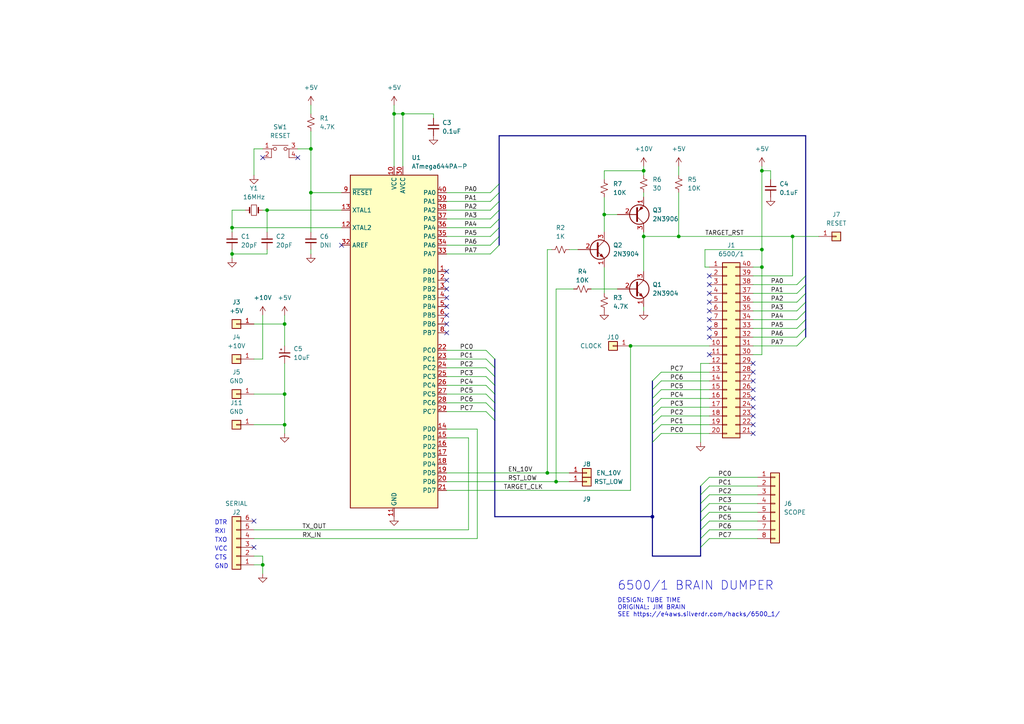
<source format=kicad_sch>
(kicad_sch (version 20230121) (generator eeschema)
  (paper "A4")
  (lib_symbols
    (symbol "Connector_Generic:Conn_01x01" (pin_names (offset 1.016) hide)
      (property "Reference" "J" (at 0 2.54 0))
      (property "Value" "Conn_01x01" (at 0 -2.54 0))
      (symbol "Conn_01x01_1_1"
        (rectangle (start -1.27 0.127) (end 0 -0.127) (stroke (width 0.1524)))
        (rectangle (start -1.27 1.27) (end 1.27 -1.27) (stroke (width 0.254)) (fill (type background)))
        (pin passive line (at -5.08 0 0) (length 3.81) (name "Pin_1") (number "1"))
      )
    )
    (symbol "Connector_Generic:Conn_01x06" (pin_names (offset 1.016) hide)
      (property "Reference" "J" (at 0 7.62 0))
      (property "Value" "Conn_01x06" (at 0 -10.16 0))
      (symbol "Conn_01x06_1_1"
        (rectangle (start -1.27 -7.493) (end 0 -7.747) (stroke (width 0.1524)))
        (rectangle (start -1.27 -4.953) (end 0 -5.207) (stroke (width 0.1524)))
        (rectangle (start -1.27 -2.413) (end 0 -2.667) (stroke (width 0.1524)))
        (rectangle (start -1.27 0.127) (end 0 -0.127) (stroke (width 0.1524)))
        (rectangle (start -1.27 2.667) (end 0 2.413) (stroke (width 0.1524)))
        (rectangle (start -1.27 5.207) (end 0 4.953) (stroke (width 0.1524)))
        (rectangle (start -1.27 6.35) (end 1.27 -8.89) (stroke (width 0.254)) (fill (type background)))
        (pin passive line (at -5.08 5.08 0) (length 3.81) (name "Pin_1") (number "1"))
        (pin passive line (at -5.08 2.54 0) (length 3.81) (name "Pin_2") (number "2"))
        (pin passive line (at -5.08 0 0) (length 3.81) (name "Pin_3") (number "3"))
        (pin passive line (at -5.08 -2.54 0) (length 3.81) (name "Pin_4") (number "4"))
        (pin passive line (at -5.08 -5.08 0) (length 3.81) (name "Pin_5") (number "5"))
        (pin passive line (at -5.08 -7.62 0) (length 3.81) (name "Pin_6") (number "6"))
      )
    )
    (symbol "Connector_Generic:Conn_01x08" (pin_names (offset 1.016) hide)
      (property "Reference" "J" (at 0 10.16 0))
      (property "Value" "Conn_01x08" (at 0 -12.7 0))
      (symbol "Conn_01x08_1_1"
        (rectangle (start -1.27 -10.033) (end 0 -10.287) (stroke (width 0.1524)))
        (rectangle (start -1.27 -7.493) (end 0 -7.747) (stroke (width 0.1524)))
        (rectangle (start -1.27 -4.953) (end 0 -5.207) (stroke (width 0.1524)))
        (rectangle (start -1.27 -2.413) (end 0 -2.667) (stroke (width 0.1524)))
        (rectangle (start -1.27 0.127) (end 0 -0.127) (stroke (width 0.1524)))
        (rectangle (start -1.27 2.667) (end 0 2.413) (stroke (width 0.1524)))
        (rectangle (start -1.27 5.207) (end 0 4.953) (stroke (width 0.1524)))
        (rectangle (start -1.27 7.747) (end 0 7.493) (stroke (width 0.1524)))
        (rectangle (start -1.27 8.89) (end 1.27 -11.43) (stroke (width 0.254)) (fill (type background)))
        (pin passive line (at -5.08 7.62 0) (length 3.81) (name "Pin_1") (number "1"))
        (pin passive line (at -5.08 5.08 0) (length 3.81) (name "Pin_2") (number "2"))
        (pin passive line (at -5.08 2.54 0) (length 3.81) (name "Pin_3") (number "3"))
        (pin passive line (at -5.08 0 0) (length 3.81) (name "Pin_4") (number "4"))
        (pin passive line (at -5.08 -2.54 0) (length 3.81) (name "Pin_5") (number "5"))
        (pin passive line (at -5.08 -5.08 0) (length 3.81) (name "Pin_6") (number "6"))
        (pin passive line (at -5.08 -7.62 0) (length 3.81) (name "Pin_7") (number "7"))
        (pin passive line (at -5.08 -10.16 0) (length 3.81) (name "Pin_8") (number "8"))
      )
    )
    (symbol "Connector_Generic:Conn_02x20_Counter_Clockwise" (pin_names (offset 1.016) hide)
      (property "Reference" "J" (at 1.27 25.4 0))
      (property "Value" "Conn_02x20_Counter_Clockwise" (at 1.27 -27.94 0))
      (symbol "Conn_02x20_Counter_Clockwise_1_1"
        (rectangle (start -1.27 -25.273) (end 0 -25.527) (stroke (width 0.1524)))
        (rectangle (start -1.27 -22.733) (end 0 -22.987) (stroke (width 0.1524)))
        (rectangle (start -1.27 -20.193) (end 0 -20.447) (stroke (width 0.1524)))
        (rectangle (start -1.27 -17.653) (end 0 -17.907) (stroke (width 0.1524)))
        (rectangle (start -1.27 -15.113) (end 0 -15.367) (stroke (width 0.1524)))
        (rectangle (start -1.27 -12.573) (end 0 -12.827) (stroke (width 0.1524)))
        (rectangle (start -1.27 -10.033) (end 0 -10.287) (stroke (width 0.1524)))
        (rectangle (start -1.27 -7.493) (end 0 -7.747) (stroke (width 0.1524)))
        (rectangle (start -1.27 -4.953) (end 0 -5.207) (stroke (width 0.1524)))
        (rectangle (start -1.27 -2.413) (end 0 -2.667) (stroke (width 0.1524)))
        (rectangle (start -1.27 0.127) (end 0 -0.127) (stroke (width 0.1524)))
        (rectangle (start -1.27 2.667) (end 0 2.413) (stroke (width 0.1524)))
        (rectangle (start -1.27 5.207) (end 0 4.953) (stroke (width 0.1524)))
        (rectangle (start -1.27 7.747) (end 0 7.493) (stroke (width 0.1524)))
        (rectangle (start -1.27 10.287) (end 0 10.033) (stroke (width 0.1524)))
        (rectangle (start -1.27 12.827) (end 0 12.573) (stroke (width 0.1524)))
        (rectangle (start -1.27 15.367) (end 0 15.113) (stroke (width 0.1524)))
        (rectangle (start -1.27 17.907) (end 0 17.653) (stroke (width 0.1524)))
        (rectangle (start -1.27 20.447) (end 0 20.193) (stroke (width 0.1524)))
        (rectangle (start -1.27 22.987) (end 0 22.733) (stroke (width 0.1524)))
        (rectangle (start -1.27 24.13) (end 3.81 -26.67) (stroke (width 0.254)) (fill (type background)))
        (rectangle (start 3.81 -25.273) (end 2.54 -25.527) (stroke (width 0.1524)))
        (rectangle (start 3.81 -22.733) (end 2.54 -22.987) (stroke (width 0.1524)))
        (rectangle (start 3.81 -20.193) (end 2.54 -20.447) (stroke (width 0.1524)))
        (rectangle (start 3.81 -17.653) (end 2.54 -17.907) (stroke (width 0.1524)))
        (rectangle (start 3.81 -15.113) (end 2.54 -15.367) (stroke (width 0.1524)))
        (rectangle (start 3.81 -12.573) (end 2.54 -12.827) (stroke (width 0.1524)))
        (rectangle (start 3.81 -10.033) (end 2.54 -10.287) (stroke (width 0.1524)))
        (rectangle (start 3.81 -7.493) (end 2.54 -7.747) (stroke (width 0.1524)))
        (rectangle (start 3.81 -4.953) (end 2.54 -5.207) (stroke (width 0.1524)))
        (rectangle (start 3.81 -2.413) (end 2.54 -2.667) (stroke (width 0.1524)))
        (rectangle (start 3.81 0.127) (end 2.54 -0.127) (stroke (width 0.1524)))
        (rectangle (start 3.81 2.667) (end 2.54 2.413) (stroke (width 0.1524)))
        (rectangle (start 3.81 5.207) (end 2.54 4.953) (stroke (width 0.1524)))
        (rectangle (start 3.81 7.747) (end 2.54 7.493) (stroke (width 0.1524)))
        (rectangle (start 3.81 10.287) (end 2.54 10.033) (stroke (width 0.1524)))
        (rectangle (start 3.81 12.827) (end 2.54 12.573) (stroke (width 0.1524)))
        (rectangle (start 3.81 15.367) (end 2.54 15.113) (stroke (width 0.1524)))
        (rectangle (start 3.81 17.907) (end 2.54 17.653) (stroke (width 0.1524)))
        (rectangle (start 3.81 20.447) (end 2.54 20.193) (stroke (width 0.1524)))
        (rectangle (start 3.81 22.987) (end 2.54 22.733) (stroke (width 0.1524)))
        (pin passive line (at -5.08 22.86 0) (length 3.81) (name "Pin_1") (number "1"))
        (pin passive line (at -5.08 0 0) (length 3.81) (name "Pin_10") (number "10"))
        (pin passive line (at -5.08 -2.54 0) (length 3.81) (name "Pin_11") (number "11"))
        (pin passive line (at -5.08 -5.08 0) (length 3.81) (name "Pin_12") (number "12"))
        (pin passive line (at -5.08 -7.62 0) (length 3.81) (name "Pin_13") (number "13"))
        (pin passive line (at -5.08 -10.16 0) (length 3.81) (name "Pin_14") (number "14"))
        (pin passive line (at -5.08 -12.7 0) (length 3.81) (name "Pin_15") (number "15"))
        (pin passive line (at -5.08 -15.24 0) (length 3.81) (name "Pin_16") (number "16"))
        (pin passive line (at -5.08 -17.78 0) (length 3.81) (name "Pin_17") (number "17"))
        (pin passive line (at -5.08 -20.32 0) (length 3.81) (name "Pin_18") (number "18"))
        (pin passive line (at -5.08 -22.86 0) (length 3.81) (name "Pin_19") (number "19"))
        (pin passive line (at -5.08 20.32 0) (length 3.81) (name "Pin_2") (number "2"))
        (pin passive line (at -5.08 -25.4 0) (length 3.81) (name "Pin_20") (number "20"))
        (pin passive line (at 7.62 -25.4 180) (length 3.81) (name "Pin_21") (number "21"))
        (pin passive line (at 7.62 -22.86 180) (length 3.81) (name "Pin_22") (number "22"))
        (pin passive line (at 7.62 -20.32 180) (length 3.81) (name "Pin_23") (number "23"))
        (pin passive line (at 7.62 -17.78 180) (length 3.81) (name "Pin_24") (number "24"))
        (pin passive line (at 7.62 -15.24 180) (length 3.81) (name "Pin_25") (number "25"))
        (pin passive line (at 7.62 -12.7 180) (length 3.81) (name "Pin_26") (number "26"))
        (pin passive line (at 7.62 -10.16 180) (length 3.81) (name "Pin_27") (number "27"))
        (pin passive line (at 7.62 -7.62 180) (length 3.81) (name "Pin_28") (number "28"))
        (pin passive line (at 7.62 -5.08 180) (length 3.81) (name "Pin_29") (number "29"))
        (pin passive line (at -5.08 17.78 0) (length 3.81) (name "Pin_3") (number "3"))
        (pin passive line (at 7.62 -2.54 180) (length 3.81) (name "Pin_30") (number "30"))
        (pin passive line (at 7.62 0 180) (length 3.81) (name "Pin_31") (number "31"))
        (pin passive line (at 7.62 2.54 180) (length 3.81) (name "Pin_32") (number "32"))
        (pin passive line (at 7.62 5.08 180) (length 3.81) (name "Pin_33") (number "33"))
        (pin passive line (at 7.62 7.62 180) (length 3.81) (name "Pin_34") (number "34"))
        (pin passive line (at 7.62 10.16 180) (length 3.81) (name "Pin_35") (number "35"))
        (pin passive line (at 7.62 12.7 180) (length 3.81) (name "Pin_36") (number "36"))
        (pin passive line (at 7.62 15.24 180) (length 3.81) (name "Pin_37") (number "37"))
        (pin passive line (at 7.62 17.78 180) (length 3.81) (name "Pin_38") (number "38"))
        (pin passive line (at 7.62 20.32 180) (length 3.81) (name "Pin_39") (number "39"))
        (pin passive line (at -5.08 15.24 0) (length 3.81) (name "Pin_4") (number "4"))
        (pin passive line (at 7.62 22.86 180) (length 3.81) (name "Pin_40") (number "40"))
        (pin passive line (at -5.08 12.7 0) (length 3.81) (name "Pin_5") (number "5"))
        (pin passive line (at -5.08 10.16 0) (length 3.81) (name "Pin_6") (number "6"))
        (pin passive line (at -5.08 7.62 0) (length 3.81) (name "Pin_7") (number "7"))
        (pin passive line (at -5.08 5.08 0) (length 3.81) (name "Pin_8") (number "8"))
        (pin passive line (at -5.08 2.54 0) (length 3.81) (name "Pin_9") (number "9"))
      )
    )
    (symbol "Device:C_Polarized_Small_US" (pin_numbers hide) (pin_names (offset 0.254) hide)
      (property "Reference" "C" (at 0.254 1.778 0))
      (property "Value" "C_Polarized_Small_US" (at 0.254 -2.032 0))
      (symbol "C_Polarized_Small_US_0_1"
        (polyline (pts (xy -1.524 0.508) (xy 1.524 0.508)) (stroke (width 0.3048)))
        (polyline (pts (xy -1.27 1.524) (xy -0.762 1.524)))
        (polyline (pts (xy -1.016 1.27) (xy -1.016 1.778)))
        (arc (start 1.524 -0.762) (mid 0 -0.3734) (end -1.524 -0.762) (stroke (width 0.3048)))
      )
      (symbol "C_Polarized_Small_US_1_1"
        (pin passive line (at 0 2.54 270) (length 2.032) (name "~") (number "1"))
        (pin passive line (at 0 -2.54 90) (length 2.032) (name "~") (number "2"))
      )
    )
    (symbol "Device:C_Small" (pin_numbers hide) (pin_names (offset 0.254) hide)
      (property "Reference" "C" (at 0.254 1.778 0))
      (property "Value" "C_Small" (at 0.254 -2.032 0))
      (symbol "C_Small_0_1"
        (polyline (pts (xy -1.524 -0.508) (xy 1.524 -0.508)) (stroke (width 0.3302)))
        (polyline (pts (xy -1.524 0.508) (xy 1.524 0.508)) (stroke (width 0.3048)))
      )
      (symbol "C_Small_1_1"
        (pin passive line (at 0 2.54 270) (length 2.032) (name "~") (number "1"))
        (pin passive line (at 0 -2.54 90) (length 2.032) (name "~") (number "2"))
      )
    )
    (symbol "Device:Crystal_Small" (pin_numbers hide) (pin_names (offset 1.016) hide)
      (property "Reference" "Y" (at 0 2.54 0))
      (property "Value" "Crystal_Small" (at 0 -2.54 0))
      (symbol "Crystal_Small_0_1"
        (rectangle (start -0.762 -1.524) (end 0.762 1.524))
        (polyline (pts (xy -1.27 -0.762) (xy -1.27 0.762)) (stroke (width 0.381)))
        (polyline (pts (xy 1.27 -0.762) (xy 1.27 0.762)) (stroke (width 0.381)))
      )
      (symbol "Crystal_Small_1_1"
        (pin passive line (at -2.54 0 0) (length 1.27) (name "1") (number "1"))
        (pin passive line (at 2.54 0 180) (length 1.27) (name "2") (number "2"))
      )
    )
    (symbol "Device:R_Small_US" (pin_numbers hide) (pin_names (offset 0.254) hide)
      (property "Reference" "R" (at 0.762 0.508 0))
      (property "Value" "R_Small_US" (at 0.762 -1.016 0))
      (symbol "R_Small_US_1_1"
        (polyline (pts (xy 0 0) (xy 1.016 -0.381) (xy 0 -0.762) (xy -1.016 -1.143) (xy 0 -1.524)))
        (polyline (pts (xy 0 1.524) (xy 1.016 1.143) (xy 0 0.762) (xy -1.016 0.381) (xy 0 0)))
        (pin passive line (at 0 2.54 270) (length 1.016) (name "~") (number "1"))
        (pin passive line (at 0 -2.54 90) (length 1.016) (name "~") (number "2"))
      )
    )
    (symbol "MCU_Microchip_ATmega:ATmega644PA-P"
      (property "Reference" "U" (at -12.7 49.53 0))
      (property "Value" "ATmega644PA-P" (at 2.54 -49.53 0))
      (symbol "ATmega644PA-P_0_1"
        (rectangle (start -12.7 -48.26) (end 12.7 48.26) (stroke (width 0.254)) (fill (type background)))
      )
      (symbol "ATmega644PA-P_1_1"
        (pin bidirectional line (at 15.24 20.32 180) (length 2.54) (name "PB0") (number "1"))
        (pin power_in line (at 0 50.8 270) (length 2.54) (name "VCC") (number "10"))
        (pin power_in line (at 0 -50.8 90) (length 2.54) (name "GND") (number "11"))
        (pin output line (at -15.24 33.02 0) (length 2.54) (name "XTAL2") (number "12"))
        (pin input line (at -15.24 38.1 0) (length 2.54) (name "XTAL1") (number "13"))
        (pin bidirectional line (at 15.24 -25.4 180) (length 2.54) (name "PD0") (number "14"))
        (pin bidirectional line (at 15.24 -27.94 180) (length 2.54) (name "PD1") (number "15"))
        (pin bidirectional line (at 15.24 -30.48 180) (length 2.54) (name "PD2") (number "16"))
        (pin bidirectional line (at 15.24 -33.02 180) (length 2.54) (name "PD3") (number "17"))
        (pin bidirectional line (at 15.24 -35.56 180) (length 2.54) (name "PD4") (number "18"))
        (pin bidirectional line (at 15.24 -38.1 180) (length 2.54) (name "PD5") (number "19"))
        (pin bidirectional line (at 15.24 17.78 180) (length 2.54) (name "PB1") (number "2"))
        (pin bidirectional line (at 15.24 -40.64 180) (length 2.54) (name "PD6") (number "20"))
        (pin bidirectional line (at 15.24 -43.18 180) (length 2.54) (name "PD7") (number "21"))
        (pin bidirectional line (at 15.24 -2.54 180) (length 2.54) (name "PC0") (number "22"))
        (pin bidirectional line (at 15.24 -5.08 180) (length 2.54) (name "PC1") (number "23"))
        (pin bidirectional line (at 15.24 -7.62 180) (length 2.54) (name "PC2") (number "24"))
        (pin bidirectional line (at 15.24 -10.16 180) (length 2.54) (name "PC3") (number "25"))
        (pin bidirectional line (at 15.24 -12.7 180) (length 2.54) (name "PC4") (number "26"))
        (pin bidirectional line (at 15.24 -15.24 180) (length 2.54) (name "PC5") (number "27"))
        (pin bidirectional line (at 15.24 -17.78 180) (length 2.54) (name "PC6") (number "28"))
        (pin bidirectional line (at 15.24 -20.32 180) (length 2.54) (name "PC7") (number "29"))
        (pin bidirectional line (at 15.24 15.24 180) (length 2.54) (name "PB2") (number "3"))
        (pin power_in line (at 2.54 50.8 270) (length 2.54) (name "AVCC") (number "30"))
        (pin passive line (at 0 -50.8 90) (length 2.54) hide (name "GND") (number "31"))
        (pin passive line (at -15.24 27.94 0) (length 2.54) (name "AREF") (number "32"))
        (pin bidirectional line (at 15.24 25.4 180) (length 2.54) (name "PA7") (number "33"))
        (pin bidirectional line (at 15.24 27.94 180) (length 2.54) (name "PA6") (number "34"))
        (pin bidirectional line (at 15.24 30.48 180) (length 2.54) (name "PA5") (number "35"))
        (pin bidirectional line (at 15.24 33.02 180) (length 2.54) (name "PA4") (number "36"))
        (pin bidirectional line (at 15.24 35.56 180) (length 2.54) (name "PA3") (number "37"))
        (pin bidirectional line (at 15.24 38.1 180) (length 2.54) (name "PA2") (number "38"))
        (pin bidirectional line (at 15.24 40.64 180) (length 2.54) (name "PA1") (number "39"))
        (pin bidirectional line (at 15.24 12.7 180) (length 2.54) (name "PB3") (number "4"))
        (pin bidirectional line (at 15.24 43.18 180) (length 2.54) (name "PA0") (number "40"))
        (pin bidirectional line (at 15.24 10.16 180) (length 2.54) (name "PB4") (number "5"))
        (pin bidirectional line (at 15.24 7.62 180) (length 2.54) (name "PB5") (number "6"))
        (pin bidirectional line (at 15.24 5.08 180) (length 2.54) (name "PB6") (number "7"))
        (pin bidirectional line (at 15.24 2.54 180) (length 2.54) (name "PB7") (number "8"))
        (pin input line (at -15.24 43.18 0) (length 2.54) (name "~{RESET}") (number "9"))
      )
    )
    (symbol "Transistor_BJT:2N3904" (pin_names (offset 0) hide)
      (property "Reference" "Q" (at 5.08 1.905 0))
      (property "Value" "2N3904" (at 5.08 0 0))
      (symbol "2N3904_0_1"
        (polyline (pts (xy 0.635 0.635) (xy 2.54 2.54)))
        (polyline (pts (xy 0.635 -0.635) (xy 2.54 -2.54) (xy 2.54 -2.54)))
        (polyline (pts (xy 0.635 1.905) (xy 0.635 -1.905) (xy 0.635 -1.905)) (stroke (width 0.508)))
        (polyline (pts (xy 1.27 -1.778) (xy 1.778 -1.27) (xy 2.286 -2.286) (xy 1.27 -1.778) (xy 1.27 -1.778)) (fill (type outline)))
        (circle (center 1.27 0) (radius 2.8194) (stroke (width 0.254)))
      )
      (symbol "2N3904_1_1"
        (pin passive line (at 2.54 -5.08 90) (length 2.54) (name "E") (number "1"))
        (pin passive line (at -5.08 0 0) (length 5.715) (name "B") (number "2"))
        (pin passive line (at 2.54 5.08 270) (length 2.54) (name "C") (number "3"))
      )
    )
    (symbol "Transistor_BJT:2N3906" (pin_names (offset 0) hide)
      (property "Reference" "Q" (at 5.08 1.905 0))
      (property "Value" "2N3906" (at 5.08 0 0))
      (symbol "2N3906_0_1"
        (polyline (pts (xy 0.635 0.635) (xy 2.54 2.54)))
        (polyline (pts (xy 0.635 -0.635) (xy 2.54 -2.54) (xy 2.54 -2.54)))
        (polyline (pts (xy 0.635 1.905) (xy 0.635 -1.905) (xy 0.635 -1.905)) (stroke (width 0.508)))
        (polyline (pts (xy 2.286 -1.778) (xy 1.778 -2.286) (xy 1.27 -1.27) (xy 2.286 -1.778) (xy 2.286 -1.778)) (fill (type outline)))
        (circle (center 1.27 0) (radius 2.8194) (stroke (width 0.254)))
      )
      (symbol "2N3906_1_1"
        (pin passive line (at 2.54 -5.08 90) (length 2.54) (name "E") (number "1"))
        (pin input line (at -5.08 0 0) (length 5.715) (name "B") (number "2"))
        (pin passive line (at 2.54 5.08 270) (length 2.54) (name "C") (number "3"))
      )
    )
    (symbol "power:+10V" (power) (pin_names (offset 0))
      (property "Value" "+10V" (at 0 3.556 0))
      (symbol "+10V_0_1"
        (polyline (pts (xy -0.762 1.27) (xy 0 2.54)))
        (polyline (pts (xy 0 0) (xy 0 2.54)))
        (polyline (pts (xy 0 2.54) (xy 0.762 1.27)))
      )
      (symbol "+10V_1_1"
        (pin power_in line (at 0 0 90) (length 0) hide (name "+10V") (number "1"))
      )
    )
    (symbol "power:+5V" (power) (pin_names (offset 0))
      (property "Value" "+5V" (at 0 3.556 0))
      (symbol "+5V_0_1"
        (polyline (pts (xy -0.762 1.27) (xy 0 2.54)))
        (polyline (pts (xy 0 0) (xy 0 2.54)))
        (polyline (pts (xy 0 2.54) (xy 0.762 1.27)))
      )
      (symbol "+5V_1_1"
        (pin power_in line (at 0 0 90) (length 0) hide (name "+5V") (number "1"))
      )
    )
    (symbol "power:GND" (power) (pin_names (offset 0))
      (property "Value" "GND" (at 0 -3.81 0))
      (symbol "GND_0_1"
        (polyline (pts (xy 0 0) (xy 0 -1.27) (xy 1.27 -1.27) (xy 0 -2.54) (xy -1.27 -1.27) (xy 0 -1.27)))
      )
      (symbol "GND_1_1"
        (pin power_in line (at 0 0 270) (length 0) hide (name "GND") (number "1"))
      )
    )
    (symbol "switches_new:SW_TACT" (pin_names (offset 0) hide)
      (property "Reference" "SW" (at 0 5.08 0))
      (property "Value" "SW_TACT" (at 0 -5.08 0))
      (symbol "SW_TACT_0_1"
        (circle (center -1.524 0) (radius 0.4572))
        (polyline (pts (xy -2.286 1.016) (xy 2.286 1.016)))
        (polyline (pts (xy -2.54 -2.54) (xy -2.54 0) (xy -2.032 0)))
        (polyline (pts (xy 2.032 0) (xy 2.54 0) (xy 2.54 -2.54)))
        (circle (center 1.524 0) (radius 0.4572))
      )
      (symbol "SW_TACT_1_1"
        (pin passive line (at -5.08 0 0) (length 2.54) (name "1") (number "1"))
        (pin passive line (at -5.08 -2.54 0) (length 2.54) (name "2") (number "2"))
        (pin passive line (at 5.08 0 180) (length 2.54) (name "3") (number "3"))
        (pin passive line (at 5.08 -2.54 180) (length 2.54) (name "4") (number "4"))
      )
    )
  )
  (junction (at 116.84 33.02))
  (junction (at 67.31 73.66))
  (junction (at 182.88 100.33))
  (junction (at 67.31 66.04))
  (junction (at 220.98 49.53))
  (junction (at 114.3 33.02))
  (junction (at 76.2 163.83))
  (junction (at 189.23 149.86))
  (junction (at 161.29 139.7))
  (junction (at 158.75 137.16))
  (junction (at 82.55 93.98))
  (junction (at 186.69 68.58))
  (junction (at 90.17 55.88))
  (junction (at 196.85 68.58))
  (junction (at 77.47 60.96))
  (junction (at 229.87 68.58))
  (junction (at 175.26 62.23))
  (junction (at 82.55 123.19))
  (junction (at 82.55 114.3))
  (junction (at 220.98 77.47))
  (junction (at 220.98 72.39))
  (junction (at 186.69 49.53))
  (junction (at 90.17 43.18))
  (no_connect (at 218.44 107.95))
  (no_connect (at 205.74 85.09))
  (no_connect (at 76.2 45.72))
  (no_connect (at 218.44 118.11))
  (no_connect (at 218.44 110.49))
  (no_connect (at 129.54 96.52))
  (no_connect (at 129.54 86.36))
  (no_connect (at 218.44 120.65))
  (no_connect (at 218.44 123.19))
  (no_connect (at 129.54 83.82))
  (no_connect (at 129.54 81.28))
  (no_connect (at 73.66 158.75))
  (no_connect (at 218.44 125.73))
  (no_connect (at 218.44 113.03))
  (no_connect (at 129.54 91.44))
  (no_connect (at 129.54 88.9))
  (no_connect (at 205.74 97.79))
  (no_connect (at 205.74 92.71))
  (no_connect (at 205.74 87.63))
  (no_connect (at 205.74 90.17))
  (no_connect (at 73.66 151.13))
  (no_connect (at 205.74 95.25))
  (no_connect (at 86.36 45.72))
  (no_connect (at 205.74 80.01))
  (no_connect (at 99.06 71.12))
  (no_connect (at 129.54 78.74))
  (no_connect (at 205.74 102.87))
  (no_connect (at 218.44 105.41))
  (no_connect (at 218.44 115.57))
  (no_connect (at 129.54 93.98))
  (no_connect (at 205.74 82.55))
  (bus_entry (at 205.74 143.51) (size -2.54 2.54))
  (bus_entry (at 205.74 153.67) (size -2.54 2.54))
  (bus_entry (at 191.77 107.95) (size -2.54 2.54))
  (bus_entry (at 144.78 53.34) (size -2.54 2.54))
  (bus_entry (at 233.68 92.71) (size -2.54 2.54))
  (bus_entry (at 144.78 66.04) (size -2.54 2.54))
  (bus_entry (at 233.68 90.17) (size -2.54 2.54))
  (bus_entry (at 233.68 97.79) (size -2.54 2.54))
  (bus_entry (at 233.68 80.01) (size -2.54 2.54))
  (bus_entry (at 191.77 125.73) (size -2.54 2.54))
  (bus_entry (at 140.97 106.68) (size 2.54 2.54))
  (bus_entry (at 205.74 151.13) (size -2.54 2.54))
  (bus_entry (at 233.68 85.09) (size -2.54 2.54))
  (bus_entry (at 233.68 95.25) (size -2.54 2.54))
  (bus_entry (at 140.97 111.76) (size 2.54 2.54))
  (bus_entry (at 144.78 60.96) (size -2.54 2.54))
  (bus_entry (at 140.97 109.22) (size 2.54 2.54))
  (bus_entry (at 205.74 146.05) (size -2.54 2.54))
  (bus_entry (at 205.74 148.59) (size -2.54 2.54))
  (bus_entry (at 140.97 116.84) (size 2.54 2.54))
  (bus_entry (at 140.97 101.6) (size 2.54 2.54))
  (bus_entry (at 144.78 63.5) (size -2.54 2.54))
  (bus_entry (at 140.97 119.38) (size 2.54 2.54))
  (bus_entry (at 191.77 123.19) (size -2.54 2.54))
  (bus_entry (at 191.77 110.49) (size -2.54 2.54))
  (bus_entry (at 233.68 87.63) (size -2.54 2.54))
  (bus_entry (at 205.74 138.43) (size -2.54 2.54))
  (bus_entry (at 233.68 82.55) (size -2.54 2.54))
  (bus_entry (at 144.78 68.58) (size -2.54 2.54))
  (bus_entry (at 205.74 156.21) (size -2.54 2.54))
  (bus_entry (at 144.78 55.88) (size -2.54 2.54))
  (bus_entry (at 140.97 104.14) (size 2.54 2.54))
  (bus_entry (at 191.77 120.65) (size -2.54 2.54))
  (bus_entry (at 140.97 114.3) (size 2.54 2.54))
  (bus_entry (at 191.77 113.03) (size -2.54 2.54))
  (bus_entry (at 144.78 58.42) (size -2.54 2.54))
  (bus_entry (at 144.78 71.12) (size -2.54 2.54))
  (bus_entry (at 205.74 140.97) (size -2.54 2.54))
  (bus_entry (at 191.77 118.11) (size -2.54 2.54))
  (bus_entry (at 191.77 115.57) (size -2.54 2.54))
  (wire (pts (xy 220.98 72.39) (xy 220.98 77.47)))
  (wire (pts (xy 73.66 161.29) (xy 76.2 161.29)))
  (wire (pts (xy 129.54 73.66) (xy 142.24 73.66)))
  (wire (pts (xy 191.77 113.03) (xy 205.74 113.03)))
  (wire (pts (xy 116.84 33.02) (xy 125.73 33.02)))
  (bus (pts (xy 189.23 161.29) (xy 203.2 161.29)))
  (bus (pts (xy 144.78 53.34) (xy 144.78 55.88)))
  (bus (pts (xy 233.68 95.25) (xy 233.68 92.71)))
  (bus (pts (xy 144.78 58.42) (xy 144.78 60.96)))
  (wire (pts (xy 82.55 105.41) (xy 82.55 114.3)))
  (bus (pts (xy 144.78 63.5) (xy 144.78 66.04)))
  (wire (pts (xy 129.54 111.76) (xy 140.97 111.76)))
  (wire (pts (xy 218.44 95.25) (xy 231.14 95.25)))
  (bus (pts (xy 144.78 66.04) (xy 144.78 68.58)))
  (wire (pts (xy 129.54 58.42) (xy 142.24 58.42)))
  (bus (pts (xy 203.2 140.97) (xy 203.2 143.51)))
  (bus (pts (xy 233.68 92.71) (xy 233.68 90.17)))
  (wire (pts (xy 175.26 49.53) (xy 186.69 49.53)))
  (wire (pts (xy 77.47 73.66) (xy 67.31 73.66)))
  (wire (pts (xy 129.54 139.7) (xy 161.29 139.7)))
  (wire (pts (xy 175.26 57.15) (xy 175.26 62.23)))
  (bus (pts (xy 143.51 116.84) (xy 143.51 119.38)))
  (wire (pts (xy 204.47 72.39) (xy 220.98 72.39)))
  (bus (pts (xy 233.68 97.79) (xy 233.68 95.25)))
  (wire (pts (xy 220.98 49.53) (xy 220.98 72.39)))
  (wire (pts (xy 90.17 30.48) (xy 90.17 33.02)))
  (wire (pts (xy 186.69 55.88) (xy 186.69 57.15)))
  (wire (pts (xy 76.2 60.96) (xy 77.47 60.96)))
  (bus (pts (xy 203.2 156.21) (xy 203.2 158.75)))
  (wire (pts (xy 158.75 137.16) (xy 165.1 137.16)))
  (bus (pts (xy 143.51 104.14) (xy 143.51 106.68)))
  (wire (pts (xy 182.88 100.33) (xy 182.88 142.24)))
  (wire (pts (xy 129.54 71.12) (xy 142.24 71.12)))
  (wire (pts (xy 161.29 83.82) (xy 161.29 139.7)))
  (bus (pts (xy 203.2 143.51) (xy 203.2 146.05)))
  (bus (pts (xy 189.23 115.57) (xy 189.23 118.11)))
  (wire (pts (xy 86.36 43.18) (xy 90.17 43.18)))
  (bus (pts (xy 189.23 110.49) (xy 189.23 113.03)))
  (bus (pts (xy 203.2 158.75) (xy 203.2 161.29)))
  (wire (pts (xy 90.17 73.66) (xy 90.17 72.39)))
  (wire (pts (xy 76.2 43.18) (xy 73.66 43.18)))
  (wire (pts (xy 73.66 156.21) (xy 138.43 156.21)))
  (wire (pts (xy 90.17 43.18) (xy 90.17 55.88)))
  (wire (pts (xy 160.02 72.39) (xy 158.75 72.39)))
  (wire (pts (xy 82.55 114.3) (xy 82.55 123.19)))
  (wire (pts (xy 76.2 161.29) (xy 76.2 163.83)))
  (bus (pts (xy 144.78 39.37) (xy 144.78 53.34)))
  (wire (pts (xy 165.1 72.39) (xy 167.64 72.39)))
  (wire (pts (xy 205.74 151.13) (xy 219.71 151.13)))
  (wire (pts (xy 196.85 55.88) (xy 196.85 68.58)))
  (wire (pts (xy 205.74 146.05) (xy 219.71 146.05)))
  (bus (pts (xy 143.51 109.22) (xy 143.51 111.76)))
  (wire (pts (xy 218.44 85.09) (xy 231.14 85.09)))
  (wire (pts (xy 175.26 62.23) (xy 179.07 62.23)))
  (wire (pts (xy 191.77 125.73) (xy 205.74 125.73)))
  (wire (pts (xy 186.69 68.58) (xy 196.85 68.58)))
  (wire (pts (xy 73.66 93.98) (xy 82.55 93.98)))
  (bus (pts (xy 189.23 149.86) (xy 143.51 149.86)))
  (wire (pts (xy 220.98 77.47) (xy 220.98 102.87)))
  (wire (pts (xy 114.3 33.02) (xy 114.3 48.26)))
  (bus (pts (xy 233.68 87.63) (xy 233.68 85.09)))
  (bus (pts (xy 189.23 123.19) (xy 189.23 125.73)))
  (wire (pts (xy 191.77 123.19) (xy 205.74 123.19)))
  (wire (pts (xy 161.29 139.7) (xy 165.1 139.7)))
  (wire (pts (xy 229.87 68.58) (xy 237.49 68.58)))
  (wire (pts (xy 116.84 33.02) (xy 114.3 33.02)))
  (bus (pts (xy 203.2 148.59) (xy 203.2 151.13)))
  (wire (pts (xy 218.44 87.63) (xy 231.14 87.63)))
  (wire (pts (xy 129.54 142.24) (xy 182.88 142.24)))
  (wire (pts (xy 73.66 43.18) (xy 73.66 50.8)))
  (wire (pts (xy 205.74 100.33) (xy 182.88 100.33)))
  (wire (pts (xy 129.54 124.46) (xy 138.43 124.46)))
  (wire (pts (xy 73.66 104.14) (xy 76.2 104.14)))
  (wire (pts (xy 218.44 80.01) (xy 229.87 80.01)))
  (wire (pts (xy 191.77 110.49) (xy 205.74 110.49)))
  (wire (pts (xy 67.31 60.96) (xy 71.12 60.96)))
  (bus (pts (xy 203.2 153.67) (xy 203.2 156.21)))
  (wire (pts (xy 186.69 49.53) (xy 186.69 50.8)))
  (bus (pts (xy 203.2 146.05) (xy 203.2 148.59)))
  (wire (pts (xy 218.44 82.55) (xy 231.14 82.55)))
  (wire (pts (xy 138.43 124.46) (xy 138.43 156.21)))
  (wire (pts (xy 205.74 105.41) (xy 203.2 105.41)))
  (wire (pts (xy 171.45 83.82) (xy 179.07 83.82)))
  (wire (pts (xy 129.54 127) (xy 135.89 127)))
  (wire (pts (xy 99.06 55.88) (xy 90.17 55.88)))
  (wire (pts (xy 205.74 153.67) (xy 219.71 153.67)))
  (wire (pts (xy 129.54 101.6) (xy 140.97 101.6)))
  (bus (pts (xy 233.68 82.55) (xy 233.68 80.01)))
  (wire (pts (xy 73.66 114.3) (xy 82.55 114.3)))
  (wire (pts (xy 67.31 66.04) (xy 99.06 66.04)))
  (bus (pts (xy 233.68 80.01) (xy 233.68 39.37)))
  (wire (pts (xy 175.26 77.47) (xy 175.26 85.09)))
  (bus (pts (xy 233.68 85.09) (xy 233.68 82.55)))
  (wire (pts (xy 191.77 107.95) (xy 205.74 107.95)))
  (bus (pts (xy 233.68 90.17) (xy 233.68 87.63)))
  (wire (pts (xy 135.89 127) (xy 135.89 153.67)))
  (bus (pts (xy 189.23 120.65) (xy 189.23 123.19)))
  (wire (pts (xy 73.66 153.67) (xy 135.89 153.67)))
  (wire (pts (xy 186.69 48.26) (xy 186.69 49.53)))
  (wire (pts (xy 218.44 90.17) (xy 231.14 90.17)))
  (wire (pts (xy 129.54 63.5) (xy 142.24 63.5)))
  (bus (pts (xy 144.78 60.96) (xy 144.78 63.5)))
  (wire (pts (xy 205.74 156.21) (xy 219.71 156.21)))
  (wire (pts (xy 129.54 116.84) (xy 140.97 116.84)))
  (wire (pts (xy 114.3 33.02) (xy 114.3 30.48)))
  (wire (pts (xy 116.84 48.26) (xy 116.84 33.02)))
  (wire (pts (xy 175.26 67.31) (xy 175.26 62.23)))
  (wire (pts (xy 82.55 91.44) (xy 82.55 93.98)))
  (bus (pts (xy 233.68 39.37) (xy 144.78 39.37)))
  (bus (pts (xy 189.23 128.27) (xy 189.23 149.86)))
  (wire (pts (xy 129.54 109.22) (xy 140.97 109.22)))
  (bus (pts (xy 144.78 68.58) (xy 144.78 71.12)))
  (wire (pts (xy 196.85 48.26) (xy 196.85 50.8)))
  (wire (pts (xy 220.98 49.53) (xy 223.52 49.53)))
  (bus (pts (xy 189.23 118.11) (xy 189.23 120.65)))
  (wire (pts (xy 205.74 143.51) (xy 219.71 143.51)))
  (bus (pts (xy 189.23 125.73) (xy 189.23 128.27)))
  (wire (pts (xy 205.74 77.47) (xy 204.47 77.47)))
  (wire (pts (xy 129.54 119.38) (xy 140.97 119.38)))
  (wire (pts (xy 129.54 104.14) (xy 140.97 104.14)))
  (wire (pts (xy 204.47 77.47) (xy 204.47 72.39)))
  (wire (pts (xy 129.54 137.16) (xy 158.75 137.16)))
  (wire (pts (xy 129.54 66.04) (xy 142.24 66.04)))
  (wire (pts (xy 186.69 67.31) (xy 186.69 68.58)))
  (wire (pts (xy 175.26 52.07) (xy 175.26 49.53)))
  (wire (pts (xy 129.54 114.3) (xy 140.97 114.3)))
  (wire (pts (xy 129.54 68.58) (xy 142.24 68.58)))
  (wire (pts (xy 67.31 73.66) (xy 67.31 74.93)))
  (wire (pts (xy 67.31 66.04) (xy 67.31 67.31)))
  (wire (pts (xy 205.74 138.43) (xy 219.71 138.43)))
  (wire (pts (xy 82.55 93.98) (xy 82.55 100.33)))
  (wire (pts (xy 67.31 72.39) (xy 67.31 73.66)))
  (wire (pts (xy 90.17 55.88) (xy 90.17 67.31)))
  (wire (pts (xy 220.98 48.26) (xy 220.98 49.53)))
  (wire (pts (xy 77.47 60.96) (xy 77.47 67.31)))
  (wire (pts (xy 129.54 60.96) (xy 142.24 60.96)))
  (wire (pts (xy 129.54 55.88) (xy 142.24 55.88)))
  (bus (pts (xy 144.78 55.88) (xy 144.78 58.42)))
  (wire (pts (xy 73.66 123.19) (xy 82.55 123.19)))
  (wire (pts (xy 82.55 123.19) (xy 82.55 125.73)))
  (wire (pts (xy 196.85 68.58) (xy 229.87 68.58)))
  (wire (pts (xy 218.44 97.79) (xy 231.14 97.79)))
  (wire (pts (xy 191.77 120.65) (xy 205.74 120.65)))
  (wire (pts (xy 125.73 33.02) (xy 125.73 34.29)))
  (wire (pts (xy 229.87 80.01) (xy 229.87 68.58)))
  (wire (pts (xy 218.44 100.33) (xy 231.14 100.33)))
  (wire (pts (xy 205.74 140.97) (xy 219.71 140.97)))
  (wire (pts (xy 129.54 106.68) (xy 140.97 106.68)))
  (bus (pts (xy 189.23 149.86) (xy 189.23 161.29)))
  (wire (pts (xy 205.74 148.59) (xy 219.71 148.59)))
  (bus (pts (xy 143.51 119.38) (xy 143.51 121.92)))
  (wire (pts (xy 166.37 83.82) (xy 161.29 83.82)))
  (wire (pts (xy 191.77 115.57) (xy 205.74 115.57)))
  (bus (pts (xy 203.2 151.13) (xy 203.2 153.67)))
  (bus (pts (xy 143.51 121.92) (xy 143.51 149.86)))
  (wire (pts (xy 186.69 68.58) (xy 186.69 78.74)))
  (wire (pts (xy 77.47 60.96) (xy 99.06 60.96)))
  (wire (pts (xy 218.44 77.47) (xy 220.98 77.47)))
  (wire (pts (xy 90.17 38.1) (xy 90.17 43.18)))
  (wire (pts (xy 67.31 66.04) (xy 67.31 60.96)))
  (bus (pts (xy 143.51 114.3) (xy 143.51 116.84)))
  (wire (pts (xy 218.44 92.71) (xy 231.14 92.71)))
  (wire (pts (xy 191.77 118.11) (xy 205.74 118.11)))
  (wire (pts (xy 203.2 105.41) (xy 203.2 128.27)))
  (wire (pts (xy 158.75 72.39) (xy 158.75 137.16)))
  (wire (pts (xy 77.47 72.39) (xy 77.47 73.66)))
  (wire (pts (xy 186.69 88.9) (xy 186.69 90.17)))
  (wire (pts (xy 76.2 163.83) (xy 76.2 166.37)))
  (wire (pts (xy 218.44 102.87) (xy 220.98 102.87)))
  (wire (pts (xy 223.52 52.07) (xy 223.52 49.53)))
  (bus (pts (xy 143.51 111.76) (xy 143.51 114.3)))
  (bus (pts (xy 143.51 106.68) (xy 143.51 109.22)))
  (wire (pts (xy 73.66 163.83) (xy 76.2 163.83)))
  (bus (pts (xy 189.23 113.03) (xy 189.23 115.57)))
  (wire (pts (xy 76.2 91.44) (xy 76.2 104.14)))
  (text "TXO" (at 62.23 157.48 0) (effects (font (size 1.27 1.27)) (justify left bottom)))
  (text "VCC" (at 62.23 160.02 0) (effects (font (size 1.27 1.27)) (justify left bottom)))
  (text "DESIGN: TUBE TIME\nORIGINAL: JIM BRAIN\nSEE https://e4aws.silverdr.com/hacks/6500_1/" (at 179.07 179.07 0) (effects (font (size 1.27 1.27)) (justify left bottom)))
  (text "6500/1 BRAIN DUMPER" (at 179.07 171.45 0) (effects (font (size 2.54 2.54)) (justify left bottom)))
  (text "GND" (at 62.23 165.1 0) (effects (font (size 1.27 1.27)) (justify left bottom)))
  (text "CTS" (at 62.23 162.56 0) (effects (font (size 1.27 1.27)) (justify left bottom)))
  (text "DTR" (at 62.23 152.4 0) (effects (font (size 1.27 1.27)) (justify left bottom)))
  (text "RXI" (at 62.23 154.94 0) (effects (font (size 1.27 1.27)) (justify left bottom)))
  (label "PC3" (at 208.28 146.05 0))
  (label "EN_10V" (at 147.32 137.16 0))
  (label "PC0" (at 133.35 101.6 0))
  (label "PC6" (at 208.28 153.67 0))
  (label "PA2" (at 223.52 87.63 0))
  (label "PC1" (at 133.35 104.14 0))
  (label "PC7" (at 208.28 156.21 0))
  (label "PA5" (at 134.62 68.58 0))
  (label "PA3" (at 223.52 90.17 0))
  (label "PA5" (at 223.52 95.25 0))
  (label "PC2" (at 194.31 120.65 0))
  (label "PA6" (at 134.62 71.12 0))
  (label "PA7" (at 223.52 100.33 0))
  (label "TX_OUT" (at 87.63 153.67 0))
  (label "PA0" (at 223.52 82.55 0))
  (label "PA0" (at 134.62 55.88 0))
  (label "RX_IN" (at 87.63 156.21 0))
  (label "RST_LOW" (at 147.32 139.7 0))
  (label "PC4" (at 133.35 111.76 0))
  (label "PA7" (at 134.62 73.66 0))
  (label "PC0" (at 208.28 138.43 0))
  (label "PA3" (at 134.62 63.5 0))
  (label "PC6" (at 133.35 116.84 0))
  (label "PC5" (at 208.28 151.13 0))
  (label "PA1" (at 134.62 58.42 0))
  (label "PC3" (at 194.31 118.11 0))
  (label "PC1" (at 194.31 123.19 0))
  (label "PC1" (at 208.28 140.97 0))
  (label "PC2" (at 133.35 106.68 0))
  (label "PC5" (at 133.35 114.3 0))
  (label "TARGET_CLK" (at 146.05 142.24 0))
  (label "PC6" (at 194.31 110.49 0))
  (label "PC4" (at 194.31 115.57 0))
  (label "PC4" (at 208.28 148.59 0))
  (label "PC7" (at 194.31 107.95 0))
  (label "PA4" (at 134.62 66.04 0))
  (label "PA4" (at 223.52 92.71 0))
  (label "PC3" (at 133.35 109.22 0))
  (label "PC5" (at 194.31 113.03 0))
  (label "PA2" (at 134.62 60.96 0))
  (label "PA1" (at 223.52 85.09 0))
  (label "PC7" (at 133.35 119.38 0))
  (label "PC0" (at 194.31 125.73 0))
  (label "PA6" (at 223.52 97.79 0))
  (label "TARGET_RST" (at 204.47 68.58 0))
  (label "PC2" (at 208.28 143.51 0))
  (symbol (lib_id "Device:R_Small_US") (at 175.26 87.63 0) (unit 1)
    (property "Reference" "R3" (at 177.8 86.36 0) (effects (justify left)))
    (property "Value" "4.7K" (at 177.8 88.9 0) (effects (justify left)))
    (property "Footprint" "Passive:RESA500" (effects hide))
  )
  (symbol (lib_id "Transistor_BJT:2N3906") (at 184.15 62.23 0) (mirror x) (unit 1)
    (property "Reference" "Q3" (at 189.23 60.96 0) (effects (justify left)))
    (property "Value" "2N3906" (at 189.23 63.5 0) (effects (justify left)))
    (property "Footprint" "Package_TO_SOT_THT:TO-92L" (effects hide))
    (property "Datasheet" "https://www.onsemi.com/pub/Collateral/2N3906-D.PDF" (effects hide))
  )
  (symbol (lib_id "Device:R_Small_US") (at 186.69 53.34 0) (unit 1)
    (property "Reference" "R6" (at 189.23 52.07 0) (effects (justify left)))
    (property "Value" "30" (at 189.23 54.61 0) (effects (justify left)))
    (property "Footprint" "Passive:RESA500" (effects hide))
  )
  (symbol (lib_id "Device:C_Polarized_Small_US") (at 82.55 102.87 0) (unit 1)
    (property "Reference" "C5" (at 85.09 101.1682 0) (effects (justify left)))
    (property "Value" "10uF" (at 85.09 103.7082 0) (effects (justify left)))
    (property "Footprint" "Passive:CAPAE200P500X1100" (effects hide))
  )
  (symbol (lib_id "power:GND") (at 76.2 166.37 0) (unit 1)
    (property "Reference" "#PWR014" (effects hide))
    (property "Value" "GND" (effects hide))
  )
  (symbol (lib_id "Connector_Generic:Conn_01x01") (at 170.18 137.16 0) (mirror x) (unit 1)
    (property "Reference" "J8" (at 170.18 134.62 0))
    (property "Value" "EN_10V" (at 176.53 137.16 0))
    (property "Footprint" "Conn:TP_KEYSTONE_5005_9" (effects hide))
  )
  (symbol (lib_id "Device:R_Small_US") (at 175.26 54.61 0) (unit 1)
    (property "Reference" "R7" (at 177.8 53.34 0) (effects (justify left)))
    (property "Value" "10K" (at 177.8 55.88 0) (effects (justify left)))
    (property "Footprint" "Passive:RESA500" (effects hide))
  )
  (symbol (lib_id "Connector_Generic:Conn_01x01") (at 68.58 104.14 180) (unit 1)
    (property "Reference" "J4" (at 68.58 97.79 0))
    (property "Value" "+10V" (at 68.58 100.33 0))
    (property "Footprint" "Conn:TP_KEYSTONE_5005_9" (effects hide))
  )
  (symbol (lib_id "Connector_Generic:Conn_01x08") (at 224.79 146.05 0) (unit 1)
    (property "Reference" "J6" (at 227.33 146.05 0) (effects (justify left)))
    (property "Value" "SCOPE" (at 227.33 148.59 0) (effects (justify left)))
    (property "Footprint" "Connector_PinHeader_2.54mm:PinHeader_1x08_P2.54mm_Vertical" (effects hide))
  )
  (symbol (lib_id "power:+5V") (at 90.17 30.48 0) (mirror y) (unit 1)
    (property "Reference" "#PWR05" (effects hide))
    (property "Value" "+5V" (at 90.17 25.4 0))
  )
  (symbol (lib_id "Connector_Generic:Conn_01x01") (at 242.57 68.58 0) (mirror x) (unit 1)
    (property "Reference" "J7" (at 242.57 62.23 0))
    (property "Value" "RESET" (at 242.57 64.77 0))
    (property "Footprint" "Conn:TP_KEYSTONE_5005_9" (effects hide))
  )
  (symbol (lib_id "Device:C_Small") (at 90.17 69.85 0) (unit 1)
    (property "Reference" "C6" (at 92.71 68.5863 0) (effects (justify left)))
    (property "Value" "DNI" (at 92.71 71.1263 0) (effects (justify left)))
    (property "Footprint" "Capacitor_THT:C_Disc_D3.0mm_W1.6mm_P2.50mm" (effects hide))
  )
  (symbol (lib_id "power:GND") (at 67.31 74.93 0) (unit 1)
    (property "Reference" "#PWR03" (effects hide))
    (property "Value" "GND" (effects hide))
  )
  (symbol (lib_id "Device:Crystal_Small") (at 73.66 60.96 0) (unit 1)
    (property "Reference" "Y1" (at 73.66 54.61 0))
    (property "Value" "16MHz" (at 73.66 57.15 0))
    (property "Footprint" "Crystal:Crystal_HC49-U_Vertical" (effects hide))
  )
  (symbol (lib_id "Connector_Generic:Conn_01x01") (at 68.58 93.98 180) (unit 1)
    (property "Reference" "J3" (at 68.58 87.63 0))
    (property "Value" "+5V" (at 68.58 90.17 0))
    (property "Footprint" "Conn:TP_KEYSTONE_5005_9" (effects hide))
  )
  (symbol (lib_id "Connector_Generic:Conn_01x01") (at 68.58 114.3 180) (unit 1)
    (property "Reference" "J5" (at 68.58 107.95 0))
    (property "Value" "GND" (at 68.58 110.49 0))
    (property "Footprint" "Conn:TP_KEYSTONE_5005_9" (effects hide))
  )
  (symbol (lib_id "Transistor_BJT:2N3904") (at 172.72 72.39 0) (unit 1)
    (property "Reference" "Q2" (at 177.8 71.12 0) (effects (justify left)))
    (property "Value" "2N3904" (at 177.8 73.66 0) (effects (justify left)))
    (property "Footprint" "Package_TO_SOT_THT:TO-92L" (effects hide))
    (property "Datasheet" "https://www.onsemi.com/pub/Collateral/2N3903-D.PDF" (effects hide))
  )
  (symbol (lib_id "power:+5V") (at 196.85 48.26 0) (unit 1)
    (property "Reference" "#PWR011" (effects hide))
    (property "Value" "+5V" (at 196.85 43.18 0))
  )
  (symbol (lib_id "power:+5V") (at 220.98 48.26 0) (unit 1)
    (property "Reference" "#PWR08" (effects hide))
    (property "Value" "+5V" (at 220.98 43.18 0))
  )
  (symbol (lib_id "Transistor_BJT:2N3904") (at 184.15 83.82 0) (unit 1)
    (property "Reference" "Q1" (at 189.23 82.55 0) (effects (justify left)))
    (property "Value" "2N3904" (at 189.23 85.09 0) (effects (justify left)))
    (property "Footprint" "Package_TO_SOT_THT:TO-92L" (effects hide))
    (property "Datasheet" "https://www.onsemi.com/pub/Collateral/2N3903-D.PDF" (effects hide))
  )
  (symbol (lib_id "Device:R_Small_US") (at 168.91 83.82 90) (unit 1)
    (property "Reference" "R4" (at 168.91 78.74 90))
    (property "Value" "10K" (at 168.91 81.28 90))
    (property "Footprint" "Passive:RESA500" (effects hide))
  )
  (symbol (lib_id "power:GND") (at 114.3 149.86 0) (unit 1)
    (property "Reference" "#PWR01" (effects hide))
    (property "Value" "GND" (effects hide))
  )
  (symbol (lib_id "Device:R_Small_US") (at 196.85 53.34 0) (unit 1)
    (property "Reference" "R5" (at 199.39 52.07 0) (effects (justify left)))
    (property "Value" "10K" (at 199.39 54.61 0) (effects (justify left)))
    (property "Footprint" "Passive:RESA500" (effects hide))
  )
  (symbol (lib_id "Connector_Generic:Conn_01x01") (at 170.18 139.7 0) (mirror x) (unit 1)
    (property "Reference" "J9" (at 170.18 144.78 0))
    (property "Value" "RST_LOW" (at 176.53 139.7 0))
    (property "Footprint" "Conn:TP_KEYSTONE_5005_9" (effects hide))
  )
  (symbol (lib_id "power:GND") (at 125.73 39.37 0) (unit 1)
    (property "Reference" "#PWR06" (effects hide))
    (property "Value" "GND" (effects hide))
  )
  (symbol (lib_id "Device:C_Small") (at 125.73 36.83 0) (unit 1)
    (property "Reference" "C3" (at 128.27 35.5663 0) (effects (justify left)))
    (property "Value" "0.1uF" (at 128.27 38.1063 0) (effects (justify left)))
    (property "Footprint" "Passive:CAPAC200" (effects hide))
  )
  (symbol (lib_id "power:+5V") (at 82.55 91.44 0) (unit 1)
    (property "Reference" "#PWR016" (effects hide))
    (property "Value" "+5V" (at 82.55 86.36 0))
  )
  (symbol (lib_id "power:GND") (at 186.69 90.17 0) (unit 1)
    (property "Reference" "#PWR010" (effects hide))
    (property "Value" "GND" (effects hide))
  )
  (symbol (lib_id "MCU_Microchip_ATmega:ATmega644PA-P") (at 114.3 99.06 0) (unit 1)
    (property "Reference" "U1" (at 119.38 45.72 0) (effects (justify left)))
    (property "Value" "ATmega644PA-P" (at 119.38 48.26 0) (effects (justify left)))
    (property "Footprint" "Active:DIP254P1524X635-40" (effects hide))
    (property "Datasheet" "http://ww1.microchip.com/downloads/en/DeviceDoc/Atmel-8272-8-bit-AVR-microcontroller-ATmega164A_PA-324A_PA-644A_PA-1284_P_datasheet.pdf" (effects hide))
  )
  (symbol (lib_id "Device:R_Small_US") (at 90.17 35.56 0) (unit 1)
    (property "Reference" "R1" (at 92.71 34.29 0) (effects (justify left)))
    (property "Value" "4.7K" (at 92.71 36.83 0) (effects (justify left)))
    (property "Footprint" "Passive:RESA500" (effects hide))
  )
  (symbol (lib_id "power:GND") (at 90.17 73.66 0) (unit 1)
    (property "Reference" "#PWR018" (effects hide))
    (property "Value" "GND" (effects hide))
  )
  (symbol (lib_id "Connector_Generic:Conn_02x20_Counter_Clockwise") (at 210.82 100.33 0) (unit 1)
    (property "Reference" "J1" (at 212.09 71.12 0))
    (property "Value" "6500/1" (at 212.09 73.66 0))
    (property "Footprint" "Active:DIP254P1524X635-40" (effects hide))
  )
  (symbol (lib_id "Connector_Generic:Conn_01x01") (at 177.8 100.33 0) (mirror y) (unit 1)
    (property "Reference" "J10" (at 177.8 97.79 0))
    (property "Value" "CLOCK" (at 171.45 100.33 0))
    (property "Footprint" "Conn:TP_KEYSTONE_5005_9" (effects hide))
  )
  (symbol (lib_id "Device:R_Small_US") (at 162.56 72.39 90) (unit 1)
    (property "Reference" "R2" (at 162.56 66.04 90))
    (property "Value" "1K" (at 162.56 68.58 90))
    (property "Footprint" "Passive:RESA500" (effects hide))
  )
  (symbol (lib_id "switches_new:SW_TACT") (at 81.28 43.18 0) (unit 1)
    (property "Reference" "SW1" (at 81.28 36.83 0))
    (property "Value" "RESET" (at 81.28 39.37 0))
    (property "Footprint" "Switch:ESWITCH_TL1105" (effects hide))
  )
  (symbol (lib_id "power:GND") (at 73.66 50.8 0) (unit 1)
    (property "Reference" "#PWR07" (effects hide))
    (property "Value" "GND" (effects hide))
  )
  (symbol (lib_id "power:GND") (at 175.26 90.17 0) (unit 1)
    (property "Reference" "#PWR012" (effects hide))
    (property "Value" "GND" (effects hide))
  )
  (symbol (lib_id "power:+5V") (at 114.3 30.48 0) (unit 1)
    (property "Reference" "#PWR04" (effects hide))
    (property "Value" "+5V" (at 114.3 25.4 0))
  )
  (symbol (lib_id "Device:C_Small") (at 77.47 69.85 0) (unit 1)
    (property "Reference" "C2" (at 80.01 68.5863 0) (effects (justify left)))
    (property "Value" "20pF" (at 80.01 71.1263 0) (effects (justify left)))
    (property "Footprint" "Capacitor_THT:C_Disc_D3.0mm_W1.6mm_P2.50mm" (effects hide))
  )
  (symbol (lib_id "power:+10V") (at 76.2 91.44 0) (unit 1)
    (property "Reference" "#PWR017" (effects hide))
    (property "Value" "+10V" (at 76.2 86.36 0))
  )
  (symbol (lib_id "power:+10V") (at 186.69 48.26 0) (unit 1)
    (property "Reference" "#PWR09" (effects hide))
    (property "Value" "+10V" (at 186.69 43.18 0))
  )
  (symbol (lib_id "power:GND") (at 82.55 125.73 0) (unit 1)
    (property "Reference" "#PWR015" (effects hide))
    (property "Value" "GND" (effects hide))
  )
  (symbol (lib_id "power:GND") (at 203.2 128.27 0) (unit 1)
    (property "Reference" "#PWR02" (effects hide))
    (property "Value" "GND" (effects hide))
  )
  (symbol (lib_id "Device:C_Small") (at 223.52 54.61 0) (unit 1)
    (property "Reference" "C4" (at 226.06 53.3463 0) (effects (justify left)))
    (property "Value" "0.1uF" (at 226.06 55.8863 0) (effects (justify left)))
    (property "Footprint" "Passive:CAPAC200" (effects hide))
  )
  (symbol (lib_id "Device:C_Small") (at 67.31 69.85 0) (unit 1)
    (property "Reference" "C1" (at 69.85 68.5863 0) (effects (justify left)))
    (property "Value" "20pF" (at 69.85 71.1263 0) (effects (justify left)))
    (property "Footprint" "Capacitor_THT:C_Disc_D3.0mm_W1.6mm_P2.50mm" (effects hide))
  )
  (symbol (lib_id "Connector_Generic:Conn_01x06") (at 68.58 158.75 180) (unit 1)
    (property "Reference" "J2" (at 68.58 148.59 0))
    (property "Value" "SERIAL" (at 68.58 146.05 0))
    (property "Footprint" "Connector_PinHeader_2.54mm:PinHeader_1x06_P2.54mm_Horizontal" (effects hide))
  )
  (symbol (lib_id "power:GND") (at 223.52 57.15 0) (unit 1)
    (property "Reference" "#PWR013" (effects hide))
    (property "Value" "GND" (effects hide))
  )
  (symbol (lib_id "Connector_Generic:Conn_01x01") (at 68.58 123.19 180) (unit 1)
    (property "Reference" "J11" (at 68.58 116.84 0))
    (property "Value" "GND" (at 68.58 119.38 0))
    (property "Footprint" "Conn:TP_KEYSTONE_5005_9" (effects hide))
  )
)
</source>
